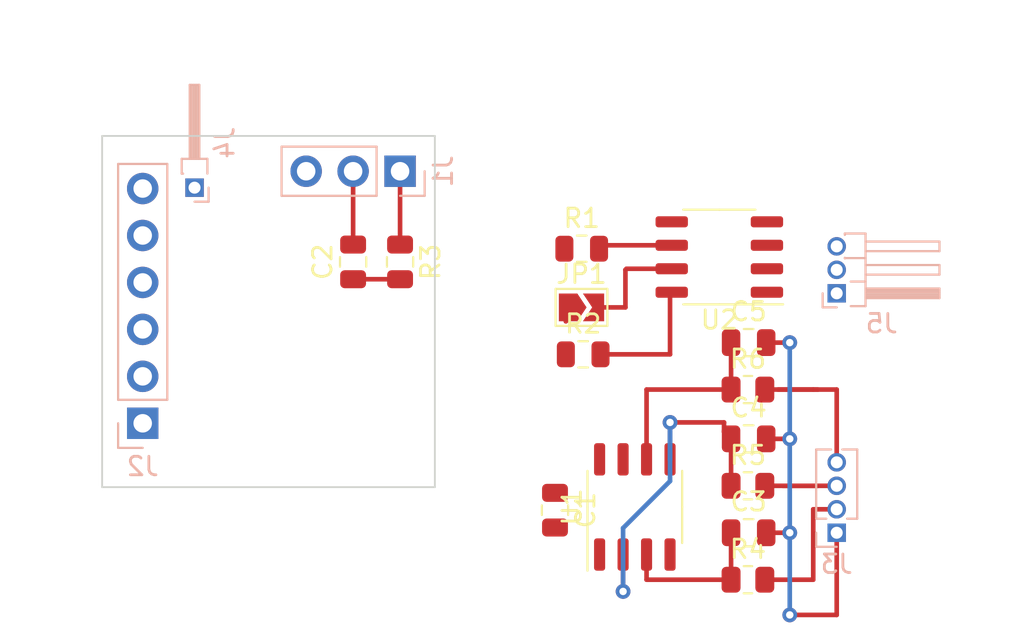
<source format=kicad_pcb>
(kicad_pcb (version 20171130) (host pcbnew "(5.1.9)-1")

  (general
    (thickness 1.6)
    (drawings 4)
    (tracks 52)
    (zones 0)
    (modules 19)
    (nets 19)
  )

  (page A4)
  (layers
    (0 F.Cu signal)
    (31 B.Cu signal)
    (32 B.Adhes user)
    (33 F.Adhes user)
    (34 B.Paste user)
    (35 F.Paste user)
    (36 B.SilkS user)
    (37 F.SilkS user)
    (38 B.Mask user)
    (39 F.Mask user)
    (40 Dwgs.User user)
    (41 Cmts.User user)
    (42 Eco1.User user)
    (43 Eco2.User user)
    (44 Edge.Cuts user)
    (45 Margin user)
    (46 B.CrtYd user)
    (47 F.CrtYd user)
    (48 B.Fab user)
    (49 F.Fab user)
  )

  (setup
    (last_trace_width 0.25)
    (trace_clearance 0.2)
    (zone_clearance 0.508)
    (zone_45_only no)
    (trace_min 0.2)
    (via_size 0.8)
    (via_drill 0.4)
    (via_min_size 0.4)
    (via_min_drill 0.3)
    (uvia_size 0.3)
    (uvia_drill 0.1)
    (uvias_allowed no)
    (uvia_min_size 0.2)
    (uvia_min_drill 0.1)
    (edge_width 0.05)
    (segment_width 0.2)
    (pcb_text_width 0.3)
    (pcb_text_size 1.5 1.5)
    (mod_edge_width 0.12)
    (mod_text_size 1 1)
    (mod_text_width 0.15)
    (pad_size 1.524 1.524)
    (pad_drill 0.762)
    (pad_to_mask_clearance 0.05)
    (aux_axis_origin 0 0)
    (visible_elements 7FFFFFFF)
    (pcbplotparams
      (layerselection 0x010fc_ffffffff)
      (usegerberextensions false)
      (usegerberattributes true)
      (usegerberadvancedattributes true)
      (creategerberjobfile true)
      (excludeedgelayer true)
      (linewidth 0.100000)
      (plotframeref false)
      (viasonmask false)
      (mode 1)
      (useauxorigin false)
      (hpglpennumber 1)
      (hpglpenspeed 20)
      (hpglpendiameter 15.000000)
      (psnegative false)
      (psa4output false)
      (plotreference true)
      (plotvalue true)
      (plotinvisibletext false)
      (padsonsilk false)
      (subtractmaskfromsilk false)
      (outputformat 1)
      (mirror false)
      (drillshape 1)
      (scaleselection 1)
      (outputdirectory ""))
  )

  (net 0 "")
  (net 1 GND)
  (net 2 +5V)
  (net 3 Threshold)
  (net 4 Direction)
  (net 5 L2)
  (net 6 L1)
  (net 7 CapSense)
  (net 8 LedCmd)
  (net 9 "Net-(JP1-Pad2)")
  (net 10 "Net-(R1-Pad2)")
  (net 11 "Net-(R2-Pad2)")
  (net 12 "Net-(C3-Pad1)")
  (net 13 "Net-(C4-Pad1)")
  (net 14 "Net-(C5-Pad1)")
  (net 15 L3)
  (net 16 "Net-(J5-Pad3)")
  (net 17 "Net-(J5-Pad2)")
  (net 18 "Net-(J5-Pad1)")

  (net_class Default "This is the default net class."
    (clearance 0.2)
    (trace_width 0.25)
    (via_dia 0.8)
    (via_drill 0.4)
    (uvia_dia 0.3)
    (uvia_drill 0.1)
    (add_net +5V)
    (add_net "/P3(USB+)")
    (add_net "/P4(USB-)")
    (add_net /VIN)
    (add_net CapSense)
    (add_net Direction)
    (add_net GND)
    (add_net L1)
    (add_net L2)
    (add_net L3)
    (add_net LedCmd)
    (add_net "Net-(C3-Pad1)")
    (add_net "Net-(C4-Pad1)")
    (add_net "Net-(C5-Pad1)")
    (add_net "Net-(J5-Pad1)")
    (add_net "Net-(J5-Pad2)")
    (add_net "Net-(J5-Pad3)")
    (add_net "Net-(JP1-Pad2)")
    (add_net "Net-(R1-Pad2)")
    (add_net "Net-(R2-Pad2)")
    (add_net "Net-(U2-Pad5)")
    (add_net Threshold)
  )

  (module Connector_PinHeader_1.27mm:PinHeader_1x03_P1.27mm_Horizontal (layer B.Cu) (tedit 59FED6E3) (tstamp 60523272)
    (at 78.74 40.513)
    (descr "Through hole angled pin header, 1x03, 1.27mm pitch, 4.0mm pin length, single row")
    (tags "Through hole angled pin header THT 1x03 1.27mm single row")
    (path /605ACEC0)
    (fp_text reference J5 (at 2.4325 1.635) (layer B.SilkS)
      (effects (font (size 1 1) (thickness 0.15)) (justify mirror))
    )
    (fp_text value Conn_01x03_Female (at 2.4325 -4.175) (layer B.Fab)
      (effects (font (size 1 1) (thickness 0.15)) (justify mirror))
    )
    (fp_text user %R (at 1 -1.27 -90) (layer B.Fab)
      (effects (font (size 0.6 0.6) (thickness 0.09)) (justify mirror))
    )
    (fp_line (start 0.75 0.635) (end 1.5 0.635) (layer B.Fab) (width 0.1))
    (fp_line (start 1.5 0.635) (end 1.5 -3.175) (layer B.Fab) (width 0.1))
    (fp_line (start 1.5 -3.175) (end 0.5 -3.175) (layer B.Fab) (width 0.1))
    (fp_line (start 0.5 -3.175) (end 0.5 0.385) (layer B.Fab) (width 0.1))
    (fp_line (start 0.5 0.385) (end 0.75 0.635) (layer B.Fab) (width 0.1))
    (fp_line (start -0.2 0.2) (end 0.5 0.2) (layer B.Fab) (width 0.1))
    (fp_line (start -0.2 0.2) (end -0.2 -0.2) (layer B.Fab) (width 0.1))
    (fp_line (start -0.2 -0.2) (end 0.5 -0.2) (layer B.Fab) (width 0.1))
    (fp_line (start 1.5 0.2) (end 5.5 0.2) (layer B.Fab) (width 0.1))
    (fp_line (start 5.5 0.2) (end 5.5 -0.2) (layer B.Fab) (width 0.1))
    (fp_line (start 1.5 -0.2) (end 5.5 -0.2) (layer B.Fab) (width 0.1))
    (fp_line (start -0.2 -1.07) (end 0.5 -1.07) (layer B.Fab) (width 0.1))
    (fp_line (start -0.2 -1.07) (end -0.2 -1.47) (layer B.Fab) (width 0.1))
    (fp_line (start -0.2 -1.47) (end 0.5 -1.47) (layer B.Fab) (width 0.1))
    (fp_line (start 1.5 -1.07) (end 5.5 -1.07) (layer B.Fab) (width 0.1))
    (fp_line (start 5.5 -1.07) (end 5.5 -1.47) (layer B.Fab) (width 0.1))
    (fp_line (start 1.5 -1.47) (end 5.5 -1.47) (layer B.Fab) (width 0.1))
    (fp_line (start -0.2 -2.34) (end 0.5 -2.34) (layer B.Fab) (width 0.1))
    (fp_line (start -0.2 -2.34) (end -0.2 -2.74) (layer B.Fab) (width 0.1))
    (fp_line (start -0.2 -2.74) (end 0.5 -2.74) (layer B.Fab) (width 0.1))
    (fp_line (start 1.5 -2.34) (end 5.5 -2.34) (layer B.Fab) (width 0.1))
    (fp_line (start 5.5 -2.34) (end 5.5 -2.74) (layer B.Fab) (width 0.1))
    (fp_line (start 1.5 -2.74) (end 5.5 -2.74) (layer B.Fab) (width 0.1))
    (fp_line (start 0.76 0.695) (end 1.56 0.695) (layer B.SilkS) (width 0.12))
    (fp_line (start 1.56 0.695) (end 1.56 -3.235) (layer B.SilkS) (width 0.12))
    (fp_line (start 1.56 -3.235) (end 0.44 -3.235) (layer B.SilkS) (width 0.12))
    (fp_line (start 0.44 -3.235) (end 0.44 -3.159677) (layer B.SilkS) (width 0.12))
    (fp_line (start 1.56 0.26) (end 5.56 0.26) (layer B.SilkS) (width 0.12))
    (fp_line (start 5.56 0.26) (end 5.56 -0.26) (layer B.SilkS) (width 0.12))
    (fp_line (start 5.56 -0.26) (end 1.56 -0.26) (layer B.SilkS) (width 0.12))
    (fp_line (start 1.56 0.2) (end 5.56 0.2) (layer B.SilkS) (width 0.12))
    (fp_line (start 1.56 0.08) (end 5.56 0.08) (layer B.SilkS) (width 0.12))
    (fp_line (start 1.56 -0.04) (end 5.56 -0.04) (layer B.SilkS) (width 0.12))
    (fp_line (start 1.56 -0.16) (end 5.56 -0.16) (layer B.SilkS) (width 0.12))
    (fp_line (start 0.76 -0.635) (end 1.56 -0.635) (layer B.SilkS) (width 0.12))
    (fp_line (start 1.56 -1.01) (end 5.56 -1.01) (layer B.SilkS) (width 0.12))
    (fp_line (start 5.56 -1.01) (end 5.56 -1.53) (layer B.SilkS) (width 0.12))
    (fp_line (start 5.56 -1.53) (end 1.56 -1.53) (layer B.SilkS) (width 0.12))
    (fp_line (start 0.44 -1.905) (end 1.56 -1.905) (layer B.SilkS) (width 0.12))
    (fp_line (start 0.44 -1.889677) (end 0.44 -1.920323) (layer B.SilkS) (width 0.12))
    (fp_line (start 1.56 -2.28) (end 5.56 -2.28) (layer B.SilkS) (width 0.12))
    (fp_line (start 5.56 -2.28) (end 5.56 -2.8) (layer B.SilkS) (width 0.12))
    (fp_line (start 5.56 -2.8) (end 1.56 -2.8) (layer B.SilkS) (width 0.12))
    (fp_line (start -0.76 0) (end -0.76 0.76) (layer B.SilkS) (width 0.12))
    (fp_line (start -0.76 0.76) (end 0 0.76) (layer B.SilkS) (width 0.12))
    (fp_line (start -1.15 1.15) (end -1.15 -3.7) (layer B.CrtYd) (width 0.05))
    (fp_line (start -1.15 -3.7) (end 6 -3.7) (layer B.CrtYd) (width 0.05))
    (fp_line (start 6 -3.7) (end 6 1.15) (layer B.CrtYd) (width 0.05))
    (fp_line (start 6 1.15) (end -1.15 1.15) (layer B.CrtYd) (width 0.05))
    (pad 3 thru_hole oval (at 0 -2.54) (size 1 1) (drill 0.65) (layers *.Cu *.Mask)
      (net 16 "Net-(J5-Pad3)"))
    (pad 2 thru_hole oval (at 0 -1.27) (size 1 1) (drill 0.65) (layers *.Cu *.Mask)
      (net 17 "Net-(J5-Pad2)"))
    (pad 1 thru_hole rect (at 0 0) (size 1 1) (drill 0.65) (layers *.Cu *.Mask)
      (net 18 "Net-(J5-Pad1)"))
    (model ${KISYS3DMOD}/Connector_PinHeader_1.27mm.3dshapes/PinHeader_1x03_P1.27mm_Horizontal.wrl
      (at (xyz 0 0 0))
      (scale (xyz 1 1 1))
      (rotate (xyz 0 0 0))
    )
  )

  (module Connector_PinHeader_1.27mm:PinHeader_1x01_P1.27mm_Horizontal (layer B.Cu) (tedit 59FED6E3) (tstamp 6040F8BB)
    (at 44 34.798 90)
    (descr "Through hole angled pin header, 1x01, 1.27mm pitch, 4.0mm pin length, single row")
    (tags "Through hole angled pin header THT 1x01 1.27mm single row")
    (path /604108B0)
    (fp_text reference J4 (at 2.4325 1.635 90) (layer B.SilkS)
      (effects (font (size 1 1) (thickness 0.15)) (justify mirror))
    )
    (fp_text value Conn_01x01_Female (at 2.4325 -1.635 90) (layer B.Fab)
      (effects (font (size 1 1) (thickness 0.15)) (justify mirror))
    )
    (fp_text user %R (at 1 0 180) (layer B.Fab)
      (effects (font (size 0.6 0.6) (thickness 0.09)) (justify mirror))
    )
    (fp_line (start 0.75 0.635) (end 1.5 0.635) (layer B.Fab) (width 0.1))
    (fp_line (start 1.5 0.635) (end 1.5 -0.635) (layer B.Fab) (width 0.1))
    (fp_line (start 1.5 -0.635) (end 0.5 -0.635) (layer B.Fab) (width 0.1))
    (fp_line (start 0.5 -0.635) (end 0.5 0.385) (layer B.Fab) (width 0.1))
    (fp_line (start 0.5 0.385) (end 0.75 0.635) (layer B.Fab) (width 0.1))
    (fp_line (start -0.2 0.2) (end 0.5 0.2) (layer B.Fab) (width 0.1))
    (fp_line (start -0.2 0.2) (end -0.2 -0.2) (layer B.Fab) (width 0.1))
    (fp_line (start -0.2 -0.2) (end 0.5 -0.2) (layer B.Fab) (width 0.1))
    (fp_line (start 1.5 0.2) (end 5.5 0.2) (layer B.Fab) (width 0.1))
    (fp_line (start 5.5 0.2) (end 5.5 -0.2) (layer B.Fab) (width 0.1))
    (fp_line (start 1.5 -0.2) (end 5.5 -0.2) (layer B.Fab) (width 0.1))
    (fp_line (start 0.76 0.695) (end 1.56 0.695) (layer B.SilkS) (width 0.12))
    (fp_line (start 1.56 0.695) (end 1.56 -0.695) (layer B.SilkS) (width 0.12))
    (fp_line (start 1.56 -0.695) (end 0.76 -0.695) (layer B.SilkS) (width 0.12))
    (fp_line (start 0.76 -0.695) (end 0.76 -0.619677) (layer B.SilkS) (width 0.12))
    (fp_line (start 1.56 0.26) (end 5.56 0.26) (layer B.SilkS) (width 0.12))
    (fp_line (start 5.56 0.26) (end 5.56 -0.26) (layer B.SilkS) (width 0.12))
    (fp_line (start 5.56 -0.26) (end 1.56 -0.26) (layer B.SilkS) (width 0.12))
    (fp_line (start 1.56 0.2) (end 5.56 0.2) (layer B.SilkS) (width 0.12))
    (fp_line (start 1.56 0.08) (end 5.56 0.08) (layer B.SilkS) (width 0.12))
    (fp_line (start 1.56 -0.04) (end 5.56 -0.04) (layer B.SilkS) (width 0.12))
    (fp_line (start 1.56 -0.16) (end 5.56 -0.16) (layer B.SilkS) (width 0.12))
    (fp_line (start -0.76 0) (end -0.76 0.76) (layer B.SilkS) (width 0.12))
    (fp_line (start -0.76 0.76) (end 0 0.76) (layer B.SilkS) (width 0.12))
    (fp_line (start -1.15 1.15) (end -1.15 -1.15) (layer B.CrtYd) (width 0.05))
    (fp_line (start -1.15 -1.15) (end 6 -1.15) (layer B.CrtYd) (width 0.05))
    (fp_line (start 6 -1.15) (end 6 1.15) (layer B.CrtYd) (width 0.05))
    (fp_line (start 6 1.15) (end -1.15 1.15) (layer B.CrtYd) (width 0.05))
    (pad 1 thru_hole rect (at 0 0 90) (size 1 1) (drill 0.65) (layers *.Cu *.Mask)
      (net 7 CapSense))
    (model ${KISYS3DMOD}/Connector_PinHeader_1.27mm.3dshapes/PinHeader_1x01_P1.27mm_Horizontal.wrl
      (at (xyz 0 0 0))
      (scale (xyz 1 1 1))
      (rotate (xyz 0 0 0))
    )
  )

  (module Connector_PinHeader_1.27mm:PinHeader_1x04_P1.27mm_Vertical (layer B.Cu) (tedit 59FED6E3) (tstamp 60391EFB)
    (at 78.74 53.467)
    (descr "Through hole straight pin header, 1x04, 1.27mm pitch, single row")
    (tags "Through hole pin header THT 1x04 1.27mm single row")
    (path /603CCFF6)
    (fp_text reference J3 (at 0 1.695 180) (layer B.SilkS)
      (effects (font (size 1 1) (thickness 0.15)) (justify mirror))
    )
    (fp_text value Conn_01x04_Female (at 0 -5.505 180) (layer B.Fab)
      (effects (font (size 1 1) (thickness 0.15)) (justify mirror))
    )
    (fp_text user %R (at 0 -1.905 -270) (layer B.Fab)
      (effects (font (size 1 1) (thickness 0.15)) (justify mirror))
    )
    (fp_line (start -0.525 0.635) (end 1.05 0.635) (layer B.Fab) (width 0.1))
    (fp_line (start 1.05 0.635) (end 1.05 -4.445) (layer B.Fab) (width 0.1))
    (fp_line (start 1.05 -4.445) (end -1.05 -4.445) (layer B.Fab) (width 0.1))
    (fp_line (start -1.05 -4.445) (end -1.05 0.11) (layer B.Fab) (width 0.1))
    (fp_line (start -1.05 0.11) (end -0.525 0.635) (layer B.Fab) (width 0.1))
    (fp_line (start -1.11 -4.505) (end -0.30753 -4.505) (layer B.SilkS) (width 0.12))
    (fp_line (start 0.30753 -4.505) (end 1.11 -4.505) (layer B.SilkS) (width 0.12))
    (fp_line (start -1.11 -0.76) (end -1.11 -4.505) (layer B.SilkS) (width 0.12))
    (fp_line (start 1.11 -0.76) (end 1.11 -4.505) (layer B.SilkS) (width 0.12))
    (fp_line (start -1.11 -0.76) (end -0.563471 -0.76) (layer B.SilkS) (width 0.12))
    (fp_line (start 0.563471 -0.76) (end 1.11 -0.76) (layer B.SilkS) (width 0.12))
    (fp_line (start -1.11 0) (end -1.11 0.76) (layer B.SilkS) (width 0.12))
    (fp_line (start -1.11 0.76) (end 0 0.76) (layer B.SilkS) (width 0.12))
    (fp_line (start -1.55 1.15) (end -1.55 -4.95) (layer B.CrtYd) (width 0.05))
    (fp_line (start -1.55 -4.95) (end 1.55 -4.95) (layer B.CrtYd) (width 0.05))
    (fp_line (start 1.55 -4.95) (end 1.55 1.15) (layer B.CrtYd) (width 0.05))
    (fp_line (start 1.55 1.15) (end -1.55 1.15) (layer B.CrtYd) (width 0.05))
    (pad 4 thru_hole oval (at 0 -3.81) (size 1 1) (drill 0.65) (layers *.Cu *.Mask)
      (net 15 L3))
    (pad 3 thru_hole oval (at 0 -2.54) (size 1 1) (drill 0.65) (layers *.Cu *.Mask)
      (net 5 L2))
    (pad 2 thru_hole oval (at 0 -1.27) (size 1 1) (drill 0.65) (layers *.Cu *.Mask)
      (net 6 L1))
    (pad 1 thru_hole rect (at 0 0) (size 1 1) (drill 0.65) (layers *.Cu *.Mask)
      (net 1 GND))
    (model ${KISYS3DMOD}/Connector_PinHeader_1.27mm.3dshapes/PinHeader_1x04_P1.27mm_Vertical.wrl
      (at (xyz 0 0 0))
      (scale (xyz 1 1 1))
      (rotate (xyz 0 0 0))
    )
  )

  (module Resistor_SMD:R_0805_2012Metric (layer F.Cu) (tedit 5F68FEEE) (tstamp 6051DEB8)
    (at 73.9375 45.72)
    (descr "Resistor SMD 0805 (2012 Metric), square (rectangular) end terminal, IPC_7351 nominal, (Body size source: IPC-SM-782 page 72, https://www.pcb-3d.com/wordpress/wp-content/uploads/ipc-sm-782a_amendment_1_and_2.pdf), generated with kicad-footprint-generator")
    (tags resistor)
    (path /60525D6A)
    (attr smd)
    (fp_text reference R6 (at 0 -1.65) (layer F.SilkS)
      (effects (font (size 1 1) (thickness 0.15)))
    )
    (fp_text value 10K (at 0 1.65) (layer F.Fab)
      (effects (font (size 1 1) (thickness 0.15)))
    )
    (fp_text user %R (at 0 0) (layer F.Fab)
      (effects (font (size 0.5 0.5) (thickness 0.08)))
    )
    (fp_line (start -1 0.625) (end -1 -0.625) (layer F.Fab) (width 0.1))
    (fp_line (start -1 -0.625) (end 1 -0.625) (layer F.Fab) (width 0.1))
    (fp_line (start 1 -0.625) (end 1 0.625) (layer F.Fab) (width 0.1))
    (fp_line (start 1 0.625) (end -1 0.625) (layer F.Fab) (width 0.1))
    (fp_line (start -0.227064 -0.735) (end 0.227064 -0.735) (layer F.SilkS) (width 0.12))
    (fp_line (start -0.227064 0.735) (end 0.227064 0.735) (layer F.SilkS) (width 0.12))
    (fp_line (start -1.68 0.95) (end -1.68 -0.95) (layer F.CrtYd) (width 0.05))
    (fp_line (start -1.68 -0.95) (end 1.68 -0.95) (layer F.CrtYd) (width 0.05))
    (fp_line (start 1.68 -0.95) (end 1.68 0.95) (layer F.CrtYd) (width 0.05))
    (fp_line (start 1.68 0.95) (end -1.68 0.95) (layer F.CrtYd) (width 0.05))
    (pad 2 smd roundrect (at 0.9125 0) (size 1.025 1.4) (layers F.Cu F.Paste F.Mask) (roundrect_rratio 0.243902)
      (net 15 L3))
    (pad 1 smd roundrect (at -0.9125 0) (size 1.025 1.4) (layers F.Cu F.Paste F.Mask) (roundrect_rratio 0.243902)
      (net 14 "Net-(C5-Pad1)"))
    (model ${KISYS3DMOD}/Resistor_SMD.3dshapes/R_0805_2012Metric.wrl
      (at (xyz 0 0 0))
      (scale (xyz 1 1 1))
      (rotate (xyz 0 0 0))
    )
  )

  (module Resistor_SMD:R_0805_2012Metric (layer F.Cu) (tedit 5F68FEEE) (tstamp 6051DEA7)
    (at 73.9375 50.927)
    (descr "Resistor SMD 0805 (2012 Metric), square (rectangular) end terminal, IPC_7351 nominal, (Body size source: IPC-SM-782 page 72, https://www.pcb-3d.com/wordpress/wp-content/uploads/ipc-sm-782a_amendment_1_and_2.pdf), generated with kicad-footprint-generator")
    (tags resistor)
    (path /60525453)
    (attr smd)
    (fp_text reference R5 (at 0 -1.65) (layer F.SilkS)
      (effects (font (size 1 1) (thickness 0.15)))
    )
    (fp_text value 10K (at 0 1.65) (layer F.Fab)
      (effects (font (size 1 1) (thickness 0.15)))
    )
    (fp_text user %R (at 0 0) (layer F.Fab)
      (effects (font (size 0.5 0.5) (thickness 0.08)))
    )
    (fp_line (start -1 0.625) (end -1 -0.625) (layer F.Fab) (width 0.1))
    (fp_line (start -1 -0.625) (end 1 -0.625) (layer F.Fab) (width 0.1))
    (fp_line (start 1 -0.625) (end 1 0.625) (layer F.Fab) (width 0.1))
    (fp_line (start 1 0.625) (end -1 0.625) (layer F.Fab) (width 0.1))
    (fp_line (start -0.227064 -0.735) (end 0.227064 -0.735) (layer F.SilkS) (width 0.12))
    (fp_line (start -0.227064 0.735) (end 0.227064 0.735) (layer F.SilkS) (width 0.12))
    (fp_line (start -1.68 0.95) (end -1.68 -0.95) (layer F.CrtYd) (width 0.05))
    (fp_line (start -1.68 -0.95) (end 1.68 -0.95) (layer F.CrtYd) (width 0.05))
    (fp_line (start 1.68 -0.95) (end 1.68 0.95) (layer F.CrtYd) (width 0.05))
    (fp_line (start 1.68 0.95) (end -1.68 0.95) (layer F.CrtYd) (width 0.05))
    (pad 2 smd roundrect (at 0.9125 0) (size 1.025 1.4) (layers F.Cu F.Paste F.Mask) (roundrect_rratio 0.243902)
      (net 5 L2))
    (pad 1 smd roundrect (at -0.9125 0) (size 1.025 1.4) (layers F.Cu F.Paste F.Mask) (roundrect_rratio 0.243902)
      (net 13 "Net-(C4-Pad1)"))
    (model ${KISYS3DMOD}/Resistor_SMD.3dshapes/R_0805_2012Metric.wrl
      (at (xyz 0 0 0))
      (scale (xyz 1 1 1))
      (rotate (xyz 0 0 0))
    )
  )

  (module Resistor_SMD:R_0805_2012Metric (layer F.Cu) (tedit 5F68FEEE) (tstamp 6051DE96)
    (at 73.9375 56.007)
    (descr "Resistor SMD 0805 (2012 Metric), square (rectangular) end terminal, IPC_7351 nominal, (Body size source: IPC-SM-782 page 72, https://www.pcb-3d.com/wordpress/wp-content/uploads/ipc-sm-782a_amendment_1_and_2.pdf), generated with kicad-footprint-generator")
    (tags resistor)
    (path /60524929)
    (attr smd)
    (fp_text reference R4 (at 0 -1.65) (layer F.SilkS)
      (effects (font (size 1 1) (thickness 0.15)))
    )
    (fp_text value 10K (at 0 1.65) (layer F.Fab)
      (effects (font (size 1 1) (thickness 0.15)))
    )
    (fp_text user %R (at 0 0) (layer F.Fab)
      (effects (font (size 0.5 0.5) (thickness 0.08)))
    )
    (fp_line (start -1 0.625) (end -1 -0.625) (layer F.Fab) (width 0.1))
    (fp_line (start -1 -0.625) (end 1 -0.625) (layer F.Fab) (width 0.1))
    (fp_line (start 1 -0.625) (end 1 0.625) (layer F.Fab) (width 0.1))
    (fp_line (start 1 0.625) (end -1 0.625) (layer F.Fab) (width 0.1))
    (fp_line (start -0.227064 -0.735) (end 0.227064 -0.735) (layer F.SilkS) (width 0.12))
    (fp_line (start -0.227064 0.735) (end 0.227064 0.735) (layer F.SilkS) (width 0.12))
    (fp_line (start -1.68 0.95) (end -1.68 -0.95) (layer F.CrtYd) (width 0.05))
    (fp_line (start -1.68 -0.95) (end 1.68 -0.95) (layer F.CrtYd) (width 0.05))
    (fp_line (start 1.68 -0.95) (end 1.68 0.95) (layer F.CrtYd) (width 0.05))
    (fp_line (start 1.68 0.95) (end -1.68 0.95) (layer F.CrtYd) (width 0.05))
    (pad 2 smd roundrect (at 0.9125 0) (size 1.025 1.4) (layers F.Cu F.Paste F.Mask) (roundrect_rratio 0.243902)
      (net 6 L1))
    (pad 1 smd roundrect (at -0.9125 0) (size 1.025 1.4) (layers F.Cu F.Paste F.Mask) (roundrect_rratio 0.243902)
      (net 12 "Net-(C3-Pad1)"))
    (model ${KISYS3DMOD}/Resistor_SMD.3dshapes/R_0805_2012Metric.wrl
      (at (xyz 0 0 0))
      (scale (xyz 1 1 1))
      (rotate (xyz 0 0 0))
    )
  )

  (module Capacitor_SMD:C_0805_2012Metric (layer F.Cu) (tedit 5F68FEEE) (tstamp 6051DD65)
    (at 73.975 43.18)
    (descr "Capacitor SMD 0805 (2012 Metric), square (rectangular) end terminal, IPC_7351 nominal, (Body size source: IPC-SM-782 page 76, https://www.pcb-3d.com/wordpress/wp-content/uploads/ipc-sm-782a_amendment_1_and_2.pdf, https://docs.google.com/spreadsheets/d/1BsfQQcO9C6DZCsRaXUlFlo91Tg2WpOkGARC1WS5S8t0/edit?usp=sharing), generated with kicad-footprint-generator")
    (tags capacitor)
    (path /6052B3F5)
    (attr smd)
    (fp_text reference C5 (at 0 -1.68) (layer F.SilkS)
      (effects (font (size 1 1) (thickness 0.15)))
    )
    (fp_text value 30n (at 0 1.68) (layer F.Fab)
      (effects (font (size 1 1) (thickness 0.15)))
    )
    (fp_text user %R (at 0 0) (layer F.Fab)
      (effects (font (size 0.5 0.5) (thickness 0.08)))
    )
    (fp_line (start -1 0.625) (end -1 -0.625) (layer F.Fab) (width 0.1))
    (fp_line (start -1 -0.625) (end 1 -0.625) (layer F.Fab) (width 0.1))
    (fp_line (start 1 -0.625) (end 1 0.625) (layer F.Fab) (width 0.1))
    (fp_line (start 1 0.625) (end -1 0.625) (layer F.Fab) (width 0.1))
    (fp_line (start -0.261252 -0.735) (end 0.261252 -0.735) (layer F.SilkS) (width 0.12))
    (fp_line (start -0.261252 0.735) (end 0.261252 0.735) (layer F.SilkS) (width 0.12))
    (fp_line (start -1.7 0.98) (end -1.7 -0.98) (layer F.CrtYd) (width 0.05))
    (fp_line (start -1.7 -0.98) (end 1.7 -0.98) (layer F.CrtYd) (width 0.05))
    (fp_line (start 1.7 -0.98) (end 1.7 0.98) (layer F.CrtYd) (width 0.05))
    (fp_line (start 1.7 0.98) (end -1.7 0.98) (layer F.CrtYd) (width 0.05))
    (pad 2 smd roundrect (at 0.95 0) (size 1 1.45) (layers F.Cu F.Paste F.Mask) (roundrect_rratio 0.25)
      (net 1 GND))
    (pad 1 smd roundrect (at -0.95 0) (size 1 1.45) (layers F.Cu F.Paste F.Mask) (roundrect_rratio 0.25)
      (net 14 "Net-(C5-Pad1)"))
    (model ${KISYS3DMOD}/Capacitor_SMD.3dshapes/C_0805_2012Metric.wrl
      (at (xyz 0 0 0))
      (scale (xyz 1 1 1))
      (rotate (xyz 0 0 0))
    )
  )

  (module Capacitor_SMD:C_0805_2012Metric (layer F.Cu) (tedit 5F68FEEE) (tstamp 6051DD54)
    (at 73.975 48.387)
    (descr "Capacitor SMD 0805 (2012 Metric), square (rectangular) end terminal, IPC_7351 nominal, (Body size source: IPC-SM-782 page 76, https://www.pcb-3d.com/wordpress/wp-content/uploads/ipc-sm-782a_amendment_1_and_2.pdf, https://docs.google.com/spreadsheets/d/1BsfQQcO9C6DZCsRaXUlFlo91Tg2WpOkGARC1WS5S8t0/edit?usp=sharing), generated with kicad-footprint-generator")
    (tags capacitor)
    (path /6052AD9E)
    (attr smd)
    (fp_text reference C4 (at 0 -1.68) (layer F.SilkS)
      (effects (font (size 1 1) (thickness 0.15)))
    )
    (fp_text value 30n (at 0 1.68) (layer F.Fab)
      (effects (font (size 1 1) (thickness 0.15)))
    )
    (fp_text user %R (at 0 0) (layer F.Fab)
      (effects (font (size 0.5 0.5) (thickness 0.08)))
    )
    (fp_line (start -1 0.625) (end -1 -0.625) (layer F.Fab) (width 0.1))
    (fp_line (start -1 -0.625) (end 1 -0.625) (layer F.Fab) (width 0.1))
    (fp_line (start 1 -0.625) (end 1 0.625) (layer F.Fab) (width 0.1))
    (fp_line (start 1 0.625) (end -1 0.625) (layer F.Fab) (width 0.1))
    (fp_line (start -0.261252 -0.735) (end 0.261252 -0.735) (layer F.SilkS) (width 0.12))
    (fp_line (start -0.261252 0.735) (end 0.261252 0.735) (layer F.SilkS) (width 0.12))
    (fp_line (start -1.7 0.98) (end -1.7 -0.98) (layer F.CrtYd) (width 0.05))
    (fp_line (start -1.7 -0.98) (end 1.7 -0.98) (layer F.CrtYd) (width 0.05))
    (fp_line (start 1.7 -0.98) (end 1.7 0.98) (layer F.CrtYd) (width 0.05))
    (fp_line (start 1.7 0.98) (end -1.7 0.98) (layer F.CrtYd) (width 0.05))
    (pad 2 smd roundrect (at 0.95 0) (size 1 1.45) (layers F.Cu F.Paste F.Mask) (roundrect_rratio 0.25)
      (net 1 GND))
    (pad 1 smd roundrect (at -0.95 0) (size 1 1.45) (layers F.Cu F.Paste F.Mask) (roundrect_rratio 0.25)
      (net 13 "Net-(C4-Pad1)"))
    (model ${KISYS3DMOD}/Capacitor_SMD.3dshapes/C_0805_2012Metric.wrl
      (at (xyz 0 0 0))
      (scale (xyz 1 1 1))
      (rotate (xyz 0 0 0))
    )
  )

  (module Capacitor_SMD:C_0805_2012Metric (layer F.Cu) (tedit 5F68FEEE) (tstamp 6051DD43)
    (at 73.975 53.467)
    (descr "Capacitor SMD 0805 (2012 Metric), square (rectangular) end terminal, IPC_7351 nominal, (Body size source: IPC-SM-782 page 76, https://www.pcb-3d.com/wordpress/wp-content/uploads/ipc-sm-782a_amendment_1_and_2.pdf, https://docs.google.com/spreadsheets/d/1BsfQQcO9C6DZCsRaXUlFlo91Tg2WpOkGARC1WS5S8t0/edit?usp=sharing), generated with kicad-footprint-generator")
    (tags capacitor)
    (path /605292A6)
    (attr smd)
    (fp_text reference C3 (at 0 -1.68) (layer F.SilkS)
      (effects (font (size 1 1) (thickness 0.15)))
    )
    (fp_text value 30n (at 0 1.68) (layer F.Fab)
      (effects (font (size 1 1) (thickness 0.15)))
    )
    (fp_text user %R (at 0 0) (layer F.Fab)
      (effects (font (size 0.5 0.5) (thickness 0.08)))
    )
    (fp_line (start -1 0.625) (end -1 -0.625) (layer F.Fab) (width 0.1))
    (fp_line (start -1 -0.625) (end 1 -0.625) (layer F.Fab) (width 0.1))
    (fp_line (start 1 -0.625) (end 1 0.625) (layer F.Fab) (width 0.1))
    (fp_line (start 1 0.625) (end -1 0.625) (layer F.Fab) (width 0.1))
    (fp_line (start -0.261252 -0.735) (end 0.261252 -0.735) (layer F.SilkS) (width 0.12))
    (fp_line (start -0.261252 0.735) (end 0.261252 0.735) (layer F.SilkS) (width 0.12))
    (fp_line (start -1.7 0.98) (end -1.7 -0.98) (layer F.CrtYd) (width 0.05))
    (fp_line (start -1.7 -0.98) (end 1.7 -0.98) (layer F.CrtYd) (width 0.05))
    (fp_line (start 1.7 -0.98) (end 1.7 0.98) (layer F.CrtYd) (width 0.05))
    (fp_line (start 1.7 0.98) (end -1.7 0.98) (layer F.CrtYd) (width 0.05))
    (pad 2 smd roundrect (at 0.95 0) (size 1 1.45) (layers F.Cu F.Paste F.Mask) (roundrect_rratio 0.25)
      (net 1 GND))
    (pad 1 smd roundrect (at -0.95 0) (size 1 1.45) (layers F.Cu F.Paste F.Mask) (roundrect_rratio 0.25)
      (net 12 "Net-(C3-Pad1)"))
    (model ${KISYS3DMOD}/Capacitor_SMD.3dshapes/C_0805_2012Metric.wrl
      (at (xyz 0 0 0))
      (scale (xyz 1 1 1))
      (rotate (xyz 0 0 0))
    )
  )

  (module Package_SO:SO-8_3.9x4.9mm_P1.27mm (layer F.Cu) (tedit 5D9F72B1) (tstamp 60391405)
    (at 67.818 52.07 90)
    (descr "SO, 8 Pin (https://www.nxp.com/docs/en/data-sheet/PCF8523.pdf), generated with kicad-footprint-generator ipc_gullwing_generator.py")
    (tags "SO SO")
    (path /6038B18C)
    (attr smd)
    (fp_text reference U1 (at 0 -3.4 90) (layer F.SilkS)
      (effects (font (size 1 1) (thickness 0.15)))
    )
    (fp_text value LT1492 (at 0 3.4 90) (layer F.Fab)
      (effects (font (size 1 1) (thickness 0.15)))
    )
    (fp_line (start 3.7 -2.7) (end -3.7 -2.7) (layer F.CrtYd) (width 0.05))
    (fp_line (start 3.7 2.7) (end 3.7 -2.7) (layer F.CrtYd) (width 0.05))
    (fp_line (start -3.7 2.7) (end 3.7 2.7) (layer F.CrtYd) (width 0.05))
    (fp_line (start -3.7 -2.7) (end -3.7 2.7) (layer F.CrtYd) (width 0.05))
    (fp_line (start -1.95 -1.475) (end -0.975 -2.45) (layer F.Fab) (width 0.1))
    (fp_line (start -1.95 2.45) (end -1.95 -1.475) (layer F.Fab) (width 0.1))
    (fp_line (start 1.95 2.45) (end -1.95 2.45) (layer F.Fab) (width 0.1))
    (fp_line (start 1.95 -2.45) (end 1.95 2.45) (layer F.Fab) (width 0.1))
    (fp_line (start -0.975 -2.45) (end 1.95 -2.45) (layer F.Fab) (width 0.1))
    (fp_line (start 0 -2.56) (end -3.45 -2.56) (layer F.SilkS) (width 0.12))
    (fp_line (start 0 -2.56) (end 1.95 -2.56) (layer F.SilkS) (width 0.12))
    (fp_line (start 0 2.56) (end -1.95 2.56) (layer F.SilkS) (width 0.12))
    (fp_line (start 0 2.56) (end 1.95 2.56) (layer F.SilkS) (width 0.12))
    (fp_text user %R (at 0 0 90) (layer F.Fab)
      (effects (font (size 0.98 0.98) (thickness 0.15)))
    )
    (pad 8 smd roundrect (at 2.575 -1.905 90) (size 1.75 0.6) (layers F.Cu F.Paste F.Mask) (roundrect_rratio 0.25)
      (net 2 +5V))
    (pad 7 smd roundrect (at 2.575 -0.635 90) (size 1.75 0.6) (layers F.Cu F.Paste F.Mask) (roundrect_rratio 0.25)
      (net 4 Direction))
    (pad 6 smd roundrect (at 2.575 0.635 90) (size 1.75 0.6) (layers F.Cu F.Paste F.Mask) (roundrect_rratio 0.25)
      (net 14 "Net-(C5-Pad1)"))
    (pad 5 smd roundrect (at 2.575 1.905 90) (size 1.75 0.6) (layers F.Cu F.Paste F.Mask) (roundrect_rratio 0.25)
      (net 13 "Net-(C4-Pad1)"))
    (pad 4 smd roundrect (at -2.575 1.905 90) (size 1.75 0.6) (layers F.Cu F.Paste F.Mask) (roundrect_rratio 0.25)
      (net 1 GND))
    (pad 3 smd roundrect (at -2.575 0.635 90) (size 1.75 0.6) (layers F.Cu F.Paste F.Mask) (roundrect_rratio 0.25)
      (net 12 "Net-(C3-Pad1)"))
    (pad 2 smd roundrect (at -2.575 -0.635 90) (size 1.75 0.6) (layers F.Cu F.Paste F.Mask) (roundrect_rratio 0.25)
      (net 13 "Net-(C4-Pad1)"))
    (pad 1 smd roundrect (at -2.575 -1.905 90) (size 1.75 0.6) (layers F.Cu F.Paste F.Mask) (roundrect_rratio 0.25)
      (net 3 Threshold))
    (model ${KISYS3DMOD}/Package_SO.3dshapes/SO-8_3.9x4.9mm_P1.27mm.wrl
      (at (xyz 0 0 0))
      (scale (xyz 1 1 1))
      (rotate (xyz 0 0 0))
    )
  )

  (module Capacitor_SMD:C_0805_2012Metric (layer F.Cu) (tedit 5B36C52B) (tstamp 604167D6)
    (at 52.578 38.8135 90)
    (descr "Capacitor SMD 0805 (2012 Metric), square (rectangular) end terminal, IPC_7351 nominal, (Body size source: https://docs.google.com/spreadsheets/d/1BsfQQcO9C6DZCsRaXUlFlo91Tg2WpOkGARC1WS5S8t0/edit?usp=sharing), generated with kicad-footprint-generator")
    (tags capacitor)
    (path /60430625)
    (attr smd)
    (fp_text reference C2 (at 0 -1.65 90) (layer F.SilkS)
      (effects (font (size 1 1) (thickness 0.15)))
    )
    (fp_text value C (at 0 1.65 90) (layer F.Fab)
      (effects (font (size 1 1) (thickness 0.15)))
    )
    (fp_line (start -1 0.6) (end -1 -0.6) (layer F.Fab) (width 0.1))
    (fp_line (start -1 -0.6) (end 1 -0.6) (layer F.Fab) (width 0.1))
    (fp_line (start 1 -0.6) (end 1 0.6) (layer F.Fab) (width 0.1))
    (fp_line (start 1 0.6) (end -1 0.6) (layer F.Fab) (width 0.1))
    (fp_line (start -0.258578 -0.71) (end 0.258578 -0.71) (layer F.SilkS) (width 0.12))
    (fp_line (start -0.258578 0.71) (end 0.258578 0.71) (layer F.SilkS) (width 0.12))
    (fp_line (start -1.68 0.95) (end -1.68 -0.95) (layer F.CrtYd) (width 0.05))
    (fp_line (start -1.68 -0.95) (end 1.68 -0.95) (layer F.CrtYd) (width 0.05))
    (fp_line (start 1.68 -0.95) (end 1.68 0.95) (layer F.CrtYd) (width 0.05))
    (fp_line (start 1.68 0.95) (end -1.68 0.95) (layer F.CrtYd) (width 0.05))
    (fp_text user %R (at 0 0 90) (layer F.Fab)
      (effects (font (size 0.5 0.5) (thickness 0.08)))
    )
    (pad 2 smd roundrect (at 0.9375 0 90) (size 0.975 1.4) (layers F.Cu F.Paste F.Mask) (roundrect_rratio 0.25)
      (net 1 GND))
    (pad 1 smd roundrect (at -0.9375 0 90) (size 0.975 1.4) (layers F.Cu F.Paste F.Mask) (roundrect_rratio 0.25)
      (net 7 CapSense))
    (model ${KISYS3DMOD}/Capacitor_SMD.3dshapes/C_0805_2012Metric.wrl
      (at (xyz 0 0 0))
      (scale (xyz 1 1 1))
      (rotate (xyz 0 0 0))
    )
  )

  (module Package_SO:SO-8_3.9x4.9mm_P1.27mm (layer F.Cu) (tedit 5D9F72B1) (tstamp 60415C00)
    (at 72.39 38.549999 180)
    (descr "SO, 8 Pin (https://www.nxp.com/docs/en/data-sheet/PCF8523.pdf), generated with kicad-footprint-generator ipc_gullwing_generator.py")
    (tags "SO SO")
    (path /60411FE5)
    (attr smd)
    (fp_text reference U2 (at 0 -3.4) (layer F.SilkS)
      (effects (font (size 1 1) (thickness 0.15)))
    )
    (fp_text value WS2811 (at 0 3.4) (layer F.Fab)
      (effects (font (size 1 1) (thickness 0.15)))
    )
    (fp_line (start 0 2.56) (end 1.95 2.56) (layer F.SilkS) (width 0.12))
    (fp_line (start 0 2.56) (end -1.95 2.56) (layer F.SilkS) (width 0.12))
    (fp_line (start 0 -2.56) (end 1.95 -2.56) (layer F.SilkS) (width 0.12))
    (fp_line (start 0 -2.56) (end -3.45 -2.56) (layer F.SilkS) (width 0.12))
    (fp_line (start -0.975 -2.45) (end 1.95 -2.45) (layer F.Fab) (width 0.1))
    (fp_line (start 1.95 -2.45) (end 1.95 2.45) (layer F.Fab) (width 0.1))
    (fp_line (start 1.95 2.45) (end -1.95 2.45) (layer F.Fab) (width 0.1))
    (fp_line (start -1.95 2.45) (end -1.95 -1.475) (layer F.Fab) (width 0.1))
    (fp_line (start -1.95 -1.475) (end -0.975 -2.45) (layer F.Fab) (width 0.1))
    (fp_line (start -3.7 -2.7) (end -3.7 2.7) (layer F.CrtYd) (width 0.05))
    (fp_line (start -3.7 2.7) (end 3.7 2.7) (layer F.CrtYd) (width 0.05))
    (fp_line (start 3.7 2.7) (end 3.7 -2.7) (layer F.CrtYd) (width 0.05))
    (fp_line (start 3.7 -2.7) (end -3.7 -2.7) (layer F.CrtYd) (width 0.05))
    (fp_text user %R (at 0 0) (layer F.Fab)
      (effects (font (size 0.98 0.98) (thickness 0.15)))
    )
    (pad 8 smd roundrect (at 2.575 -1.905 180) (size 1.75 0.6) (layers F.Cu F.Paste F.Mask) (roundrect_rratio 0.25)
      (net 11 "Net-(R2-Pad2)"))
    (pad 7 smd roundrect (at 2.575 -0.635 180) (size 1.75 0.6) (layers F.Cu F.Paste F.Mask) (roundrect_rratio 0.25)
      (net 9 "Net-(JP1-Pad2)"))
    (pad 6 smd roundrect (at 2.575 0.635 180) (size 1.75 0.6) (layers F.Cu F.Paste F.Mask) (roundrect_rratio 0.25)
      (net 10 "Net-(R1-Pad2)"))
    (pad 5 smd roundrect (at 2.575 1.905 180) (size 1.75 0.6) (layers F.Cu F.Paste F.Mask) (roundrect_rratio 0.25))
    (pad 4 smd roundrect (at -2.575 1.905 180) (size 1.75 0.6) (layers F.Cu F.Paste F.Mask) (roundrect_rratio 0.25)
      (net 1 GND))
    (pad 3 smd roundrect (at -2.575 0.635 180) (size 1.75 0.6) (layers F.Cu F.Paste F.Mask) (roundrect_rratio 0.25)
      (net 16 "Net-(J5-Pad3)"))
    (pad 2 smd roundrect (at -2.575 -0.635 180) (size 1.75 0.6) (layers F.Cu F.Paste F.Mask) (roundrect_rratio 0.25)
      (net 17 "Net-(J5-Pad2)"))
    (pad 1 smd roundrect (at -2.575 -1.905 180) (size 1.75 0.6) (layers F.Cu F.Paste F.Mask) (roundrect_rratio 0.25)
      (net 18 "Net-(J5-Pad1)"))
    (model ${KISYS3DMOD}/Package_SO.3dshapes/SO-8_3.9x4.9mm_P1.27mm.wrl
      (at (xyz 0 0 0))
      (scale (xyz 1 1 1))
      (rotate (xyz 0 0 0))
    )
  )

  (module Resistor_SMD:R_0805_2012Metric (layer F.Cu) (tedit 5B36C52B) (tstamp 60415B80)
    (at 55.118 38.8135 270)
    (descr "Resistor SMD 0805 (2012 Metric), square (rectangular) end terminal, IPC_7351 nominal, (Body size source: https://docs.google.com/spreadsheets/d/1BsfQQcO9C6DZCsRaXUlFlo91Tg2WpOkGARC1WS5S8t0/edit?usp=sharing), generated with kicad-footprint-generator")
    (tags resistor)
    (path /6040F6AC)
    (attr smd)
    (fp_text reference R3 (at 0 -1.65 90) (layer F.SilkS)
      (effects (font (size 1 1) (thickness 0.15)))
    )
    (fp_text value 22M (at 0 1.65 90) (layer F.Fab)
      (effects (font (size 1 1) (thickness 0.15)))
    )
    (fp_line (start -1 0.6) (end -1 -0.6) (layer F.Fab) (width 0.1))
    (fp_line (start -1 -0.6) (end 1 -0.6) (layer F.Fab) (width 0.1))
    (fp_line (start 1 -0.6) (end 1 0.6) (layer F.Fab) (width 0.1))
    (fp_line (start 1 0.6) (end -1 0.6) (layer F.Fab) (width 0.1))
    (fp_line (start -0.258578 -0.71) (end 0.258578 -0.71) (layer F.SilkS) (width 0.12))
    (fp_line (start -0.258578 0.71) (end 0.258578 0.71) (layer F.SilkS) (width 0.12))
    (fp_line (start -1.68 0.95) (end -1.68 -0.95) (layer F.CrtYd) (width 0.05))
    (fp_line (start -1.68 -0.95) (end 1.68 -0.95) (layer F.CrtYd) (width 0.05))
    (fp_line (start 1.68 -0.95) (end 1.68 0.95) (layer F.CrtYd) (width 0.05))
    (fp_line (start 1.68 0.95) (end -1.68 0.95) (layer F.CrtYd) (width 0.05))
    (fp_text user %R (at 0 0 90) (layer F.Fab)
      (effects (font (size 0.5 0.5) (thickness 0.08)))
    )
    (pad 2 smd roundrect (at 0.9375 0 270) (size 0.975 1.4) (layers F.Cu F.Paste F.Mask) (roundrect_rratio 0.25)
      (net 7 CapSense))
    (pad 1 smd roundrect (at -0.9375 0 270) (size 0.975 1.4) (layers F.Cu F.Paste F.Mask) (roundrect_rratio 0.25)
      (net 2 +5V))
    (model ${KISYS3DMOD}/Resistor_SMD.3dshapes/R_0805_2012Metric.wrl
      (at (xyz 0 0 0))
      (scale (xyz 1 1 1))
      (rotate (xyz 0 0 0))
    )
  )

  (module Resistor_SMD:R_0805_2012Metric (layer F.Cu) (tedit 5B36C52B) (tstamp 60415B6F)
    (at 65.024 43.815)
    (descr "Resistor SMD 0805 (2012 Metric), square (rectangular) end terminal, IPC_7351 nominal, (Body size source: https://docs.google.com/spreadsheets/d/1BsfQQcO9C6DZCsRaXUlFlo91Tg2WpOkGARC1WS5S8t0/edit?usp=sharing), generated with kicad-footprint-generator")
    (tags resistor)
    (path /6041A385)
    (attr smd)
    (fp_text reference R2 (at 0 -1.65) (layer F.SilkS)
      (effects (font (size 1 1) (thickness 0.15)))
    )
    (fp_text value 100 (at 0 1.65) (layer F.Fab) hide
      (effects (font (size 1 1) (thickness 0.15)))
    )
    (fp_line (start -1 0.6) (end -1 -0.6) (layer F.Fab) (width 0.1))
    (fp_line (start -1 -0.6) (end 1 -0.6) (layer F.Fab) (width 0.1))
    (fp_line (start 1 -0.6) (end 1 0.6) (layer F.Fab) (width 0.1))
    (fp_line (start 1 0.6) (end -1 0.6) (layer F.Fab) (width 0.1))
    (fp_line (start -0.258578 -0.71) (end 0.258578 -0.71) (layer F.SilkS) (width 0.12))
    (fp_line (start -0.258578 0.71) (end 0.258578 0.71) (layer F.SilkS) (width 0.12))
    (fp_line (start -1.68 0.95) (end -1.68 -0.95) (layer F.CrtYd) (width 0.05))
    (fp_line (start -1.68 -0.95) (end 1.68 -0.95) (layer F.CrtYd) (width 0.05))
    (fp_line (start 1.68 -0.95) (end 1.68 0.95) (layer F.CrtYd) (width 0.05))
    (fp_line (start 1.68 0.95) (end -1.68 0.95) (layer F.CrtYd) (width 0.05))
    (fp_text user %R (at 0 0) (layer F.Fab) hide
      (effects (font (size 0.5 0.5) (thickness 0.08)))
    )
    (pad 2 smd roundrect (at 0.9375 0) (size 0.975 1.4) (layers F.Cu F.Paste F.Mask) (roundrect_rratio 0.25)
      (net 11 "Net-(R2-Pad2)"))
    (pad 1 smd roundrect (at -0.9375 0) (size 0.975 1.4) (layers F.Cu F.Paste F.Mask) (roundrect_rratio 0.25)
      (net 2 +5V))
    (model ${KISYS3DMOD}/Resistor_SMD.3dshapes/R_0805_2012Metric.wrl
      (at (xyz 0 0 0))
      (scale (xyz 1 1 1))
      (rotate (xyz 0 0 0))
    )
  )

  (module Resistor_SMD:R_0805_2012Metric (layer F.Cu) (tedit 5B36C52B) (tstamp 60415B5E)
    (at 64.9455 38.1)
    (descr "Resistor SMD 0805 (2012 Metric), square (rectangular) end terminal, IPC_7351 nominal, (Body size source: https://docs.google.com/spreadsheets/d/1BsfQQcO9C6DZCsRaXUlFlo91Tg2WpOkGARC1WS5S8t0/edit?usp=sharing), generated with kicad-footprint-generator")
    (tags resistor)
    (path /6041785C)
    (attr smd)
    (fp_text reference R1 (at 0 -1.65) (layer F.SilkS)
      (effects (font (size 1 1) (thickness 0.15)))
    )
    (fp_text value 33 (at 0 1.65) (layer F.Fab) hide
      (effects (font (size 1 1) (thickness 0.15)))
    )
    (fp_line (start -1 0.6) (end -1 -0.6) (layer F.Fab) (width 0.1))
    (fp_line (start -1 -0.6) (end 1 -0.6) (layer F.Fab) (width 0.1))
    (fp_line (start 1 -0.6) (end 1 0.6) (layer F.Fab) (width 0.1))
    (fp_line (start 1 0.6) (end -1 0.6) (layer F.Fab) (width 0.1))
    (fp_line (start -0.258578 -0.71) (end 0.258578 -0.71) (layer F.SilkS) (width 0.12))
    (fp_line (start -0.258578 0.71) (end 0.258578 0.71) (layer F.SilkS) (width 0.12))
    (fp_line (start -1.68 0.95) (end -1.68 -0.95) (layer F.CrtYd) (width 0.05))
    (fp_line (start -1.68 -0.95) (end 1.68 -0.95) (layer F.CrtYd) (width 0.05))
    (fp_line (start 1.68 -0.95) (end 1.68 0.95) (layer F.CrtYd) (width 0.05))
    (fp_line (start 1.68 0.95) (end -1.68 0.95) (layer F.CrtYd) (width 0.05))
    (fp_text user %R (at 0 0) (layer F.Fab) hide
      (effects (font (size 0.5 0.5) (thickness 0.08)))
    )
    (pad 2 smd roundrect (at 0.9375 0) (size 0.975 1.4) (layers F.Cu F.Paste F.Mask) (roundrect_rratio 0.25)
      (net 10 "Net-(R1-Pad2)"))
    (pad 1 smd roundrect (at -0.9375 0) (size 0.975 1.4) (layers F.Cu F.Paste F.Mask) (roundrect_rratio 0.25)
      (net 8 LedCmd))
    (model ${KISYS3DMOD}/Resistor_SMD.3dshapes/R_0805_2012Metric.wrl
      (at (xyz 0 0 0))
      (scale (xyz 1 1 1))
      (rotate (xyz 0 0 0))
    )
  )

  (module Jumper:SolderJumper-2_P1.3mm_Open_TrianglePad1.0x1.5mm (layer F.Cu) (tedit 5A64794F) (tstamp 60415B4D)
    (at 64.934 41.275)
    (descr "SMD Solder Jumper, 1x1.5mm Triangular Pads, 0.3mm gap, open")
    (tags "solder jumper open")
    (path /60420F03)
    (attr virtual)
    (fp_text reference JP1 (at 0 -1.8) (layer F.SilkS)
      (effects (font (size 1 1) (thickness 0.15)))
    )
    (fp_text value SolderJumper_2_Open (at 0 1.9) (layer F.Fab)
      (effects (font (size 1 1) (thickness 0.15)))
    )
    (fp_line (start -1.4 1) (end -1.4 -1) (layer F.SilkS) (width 0.12))
    (fp_line (start 1.4 1) (end -1.4 1) (layer F.SilkS) (width 0.12))
    (fp_line (start 1.4 -1) (end 1.4 1) (layer F.SilkS) (width 0.12))
    (fp_line (start -1.4 -1) (end 1.4 -1) (layer F.SilkS) (width 0.12))
    (fp_line (start -1.65 -1.25) (end 1.65 -1.25) (layer F.CrtYd) (width 0.05))
    (fp_line (start -1.65 -1.25) (end -1.65 1.25) (layer F.CrtYd) (width 0.05))
    (fp_line (start 1.65 1.25) (end 1.65 -1.25) (layer F.CrtYd) (width 0.05))
    (fp_line (start 1.65 1.25) (end -1.65 1.25) (layer F.CrtYd) (width 0.05))
    (pad 1 smd custom (at -0.725 0) (size 0.3 0.3) (layers F.Cu F.Mask)
      (net 2 +5V) (zone_connect 2)
      (options (clearance outline) (anchor rect))
      (primitives
        (gr_poly (pts
           (xy -0.5 -0.75) (xy 0.5 -0.75) (xy 1 0) (xy 0.5 0.75) (xy -0.5 0.75)
) (width 0))
      ))
    (pad 2 smd custom (at 0.725 0) (size 0.3 0.3) (layers F.Cu F.Mask)
      (net 9 "Net-(JP1-Pad2)") (zone_connect 2)
      (options (clearance outline) (anchor rect))
      (primitives
        (gr_poly (pts
           (xy -0.65 -0.75) (xy 0.5 -0.75) (xy 0.5 0.75) (xy -0.65 0.75) (xy -0.15 0)
) (width 0))
      ))
  )

  (module Connector_PinHeader_2.54mm:PinHeader_1x06_P2.54mm_Vertical (layer B.Cu) (tedit 59FED5CC) (tstamp 603913BA)
    (at 41.195001 47.545001)
    (descr "Through hole straight pin header, 1x06, 2.54mm pitch, single row")
    (tags "Through hole pin header THT 1x06 2.54mm single row")
    (path /603A6255)
    (fp_text reference J2 (at 0 2.33) (layer B.SilkS)
      (effects (font (size 1 1) (thickness 0.15)) (justify mirror))
    )
    (fp_text value Conn_01x06_Female (at 0 -15.03) (layer B.Fab)
      (effects (font (size 1 1) (thickness 0.15)) (justify mirror))
    )
    (fp_line (start -0.635 1.27) (end 1.27 1.27) (layer B.Fab) (width 0.1))
    (fp_line (start 1.27 1.27) (end 1.27 -13.97) (layer B.Fab) (width 0.1))
    (fp_line (start 1.27 -13.97) (end -1.27 -13.97) (layer B.Fab) (width 0.1))
    (fp_line (start -1.27 -13.97) (end -1.27 0.635) (layer B.Fab) (width 0.1))
    (fp_line (start -1.27 0.635) (end -0.635 1.27) (layer B.Fab) (width 0.1))
    (fp_line (start -1.33 -14.03) (end 1.33 -14.03) (layer B.SilkS) (width 0.12))
    (fp_line (start -1.33 -1.27) (end -1.33 -14.03) (layer B.SilkS) (width 0.12))
    (fp_line (start 1.33 -1.27) (end 1.33 -14.03) (layer B.SilkS) (width 0.12))
    (fp_line (start -1.33 -1.27) (end 1.33 -1.27) (layer B.SilkS) (width 0.12))
    (fp_line (start -1.33 0) (end -1.33 1.33) (layer B.SilkS) (width 0.12))
    (fp_line (start -1.33 1.33) (end 0 1.33) (layer B.SilkS) (width 0.12))
    (fp_line (start -1.8 1.8) (end -1.8 -14.5) (layer B.CrtYd) (width 0.05))
    (fp_line (start -1.8 -14.5) (end 1.8 -14.5) (layer B.CrtYd) (width 0.05))
    (fp_line (start 1.8 -14.5) (end 1.8 1.8) (layer B.CrtYd) (width 0.05))
    (fp_line (start 1.8 1.8) (end -1.8 1.8) (layer B.CrtYd) (width 0.05))
    (fp_text user %R (at 0 -6.35 -90) (layer B.Fab)
      (effects (font (size 1 1) (thickness 0.15)) (justify mirror))
    )
    (pad 6 thru_hole oval (at 0 -12.7) (size 1.7 1.7) (drill 1) (layers *.Cu *.Mask)
      (net 7 CapSense))
    (pad 5 thru_hole oval (at 0 -10.16) (size 1.7 1.7) (drill 1) (layers *.Cu *.Mask))
    (pad 4 thru_hole oval (at 0 -7.62) (size 1.7 1.7) (drill 1) (layers *.Cu *.Mask))
    (pad 3 thru_hole oval (at 0 -5.08) (size 1.7 1.7) (drill 1) (layers *.Cu *.Mask)
      (net 3 Threshold))
    (pad 2 thru_hole oval (at 0 -2.54) (size 1.7 1.7) (drill 1) (layers *.Cu *.Mask)
      (net 4 Direction))
    (pad 1 thru_hole rect (at 0 0) (size 1.7 1.7) (drill 1) (layers *.Cu *.Mask)
      (net 8 LedCmd))
    (model ${KISYS3DMOD}/Connector_PinHeader_2.54mm.3dshapes/PinHeader_1x06_P2.54mm_Vertical.wrl
      (at (xyz 0 0 0))
      (scale (xyz 1 1 1))
      (rotate (xyz 0 0 0))
    )
  )

  (module Connector_PinHeader_2.54mm:PinHeader_1x03_P2.54mm_Vertical (layer B.Cu) (tedit 59FED5CC) (tstamp 603913A0)
    (at 55.118 33.909 90)
    (descr "Through hole straight pin header, 1x03, 2.54mm pitch, single row")
    (tags "Through hole pin header THT 1x03 2.54mm single row")
    (path /603A5C12)
    (fp_text reference J1 (at 0 2.33 270) (layer B.SilkS)
      (effects (font (size 1 1) (thickness 0.15)) (justify mirror))
    )
    (fp_text value Conn_01x03_Female (at 0 -7.41 270) (layer B.Fab)
      (effects (font (size 1 1) (thickness 0.15)) (justify mirror))
    )
    (fp_line (start -0.635 1.27) (end 1.27 1.27) (layer B.Fab) (width 0.1))
    (fp_line (start 1.27 1.27) (end 1.27 -6.35) (layer B.Fab) (width 0.1))
    (fp_line (start 1.27 -6.35) (end -1.27 -6.35) (layer B.Fab) (width 0.1))
    (fp_line (start -1.27 -6.35) (end -1.27 0.635) (layer B.Fab) (width 0.1))
    (fp_line (start -1.27 0.635) (end -0.635 1.27) (layer B.Fab) (width 0.1))
    (fp_line (start -1.33 -6.41) (end 1.33 -6.41) (layer B.SilkS) (width 0.12))
    (fp_line (start -1.33 -1.27) (end -1.33 -6.41) (layer B.SilkS) (width 0.12))
    (fp_line (start 1.33 -1.27) (end 1.33 -6.41) (layer B.SilkS) (width 0.12))
    (fp_line (start -1.33 -1.27) (end 1.33 -1.27) (layer B.SilkS) (width 0.12))
    (fp_line (start -1.33 0) (end -1.33 1.33) (layer B.SilkS) (width 0.12))
    (fp_line (start -1.33 1.33) (end 0 1.33) (layer B.SilkS) (width 0.12))
    (fp_line (start -1.8 1.8) (end -1.8 -6.85) (layer B.CrtYd) (width 0.05))
    (fp_line (start -1.8 -6.85) (end 1.8 -6.85) (layer B.CrtYd) (width 0.05))
    (fp_line (start 1.8 -6.85) (end 1.8 1.8) (layer B.CrtYd) (width 0.05))
    (fp_line (start 1.8 1.8) (end -1.8 1.8) (layer B.CrtYd) (width 0.05))
    (fp_text user %R (at 0 -2.54) (layer B.Fab)
      (effects (font (size 1 1) (thickness 0.15)) (justify mirror))
    )
    (pad 3 thru_hole oval (at 0 -5.08 90) (size 1.7 1.7) (drill 1) (layers *.Cu *.Mask))
    (pad 2 thru_hole oval (at 0 -2.54 90) (size 1.7 1.7) (drill 1) (layers *.Cu *.Mask)
      (net 1 GND))
    (pad 1 thru_hole rect (at 0 0 90) (size 1.7 1.7) (drill 1) (layers *.Cu *.Mask)
      (net 2 +5V))
    (model ${KISYS3DMOD}/Connector_PinHeader_2.54mm.3dshapes/PinHeader_1x03_P2.54mm_Vertical.wrl
      (at (xyz 0 0 0))
      (scale (xyz 1 1 1))
      (rotate (xyz 0 0 0))
    )
  )

  (module Capacitor_SMD:C_0805_2012Metric (layer F.Cu) (tedit 5B36C52B) (tstamp 60391389)
    (at 63.5 52.2455 270)
    (descr "Capacitor SMD 0805 (2012 Metric), square (rectangular) end terminal, IPC_7351 nominal, (Body size source: https://docs.google.com/spreadsheets/d/1BsfQQcO9C6DZCsRaXUlFlo91Tg2WpOkGARC1WS5S8t0/edit?usp=sharing), generated with kicad-footprint-generator")
    (tags capacitor)
    (path /6039C442)
    (attr smd)
    (fp_text reference C1 (at 0 -1.65 90) (layer F.SilkS)
      (effects (font (size 1 1) (thickness 0.15)))
    )
    (fp_text value C (at 0 1.65 90) (layer F.Fab)
      (effects (font (size 1 1) (thickness 0.15)))
    )
    (fp_line (start -1 0.6) (end -1 -0.6) (layer F.Fab) (width 0.1))
    (fp_line (start -1 -0.6) (end 1 -0.6) (layer F.Fab) (width 0.1))
    (fp_line (start 1 -0.6) (end 1 0.6) (layer F.Fab) (width 0.1))
    (fp_line (start 1 0.6) (end -1 0.6) (layer F.Fab) (width 0.1))
    (fp_line (start -0.258578 -0.71) (end 0.258578 -0.71) (layer F.SilkS) (width 0.12))
    (fp_line (start -0.258578 0.71) (end 0.258578 0.71) (layer F.SilkS) (width 0.12))
    (fp_line (start -1.68 0.95) (end -1.68 -0.95) (layer F.CrtYd) (width 0.05))
    (fp_line (start -1.68 -0.95) (end 1.68 -0.95) (layer F.CrtYd) (width 0.05))
    (fp_line (start 1.68 -0.95) (end 1.68 0.95) (layer F.CrtYd) (width 0.05))
    (fp_line (start 1.68 0.95) (end -1.68 0.95) (layer F.CrtYd) (width 0.05))
    (fp_text user %R (at 0 0 90) (layer F.Fab)
      (effects (font (size 0.5 0.5) (thickness 0.08)))
    )
    (pad 2 smd roundrect (at 0.9375 0 270) (size 0.975 1.4) (layers F.Cu F.Paste F.Mask) (roundrect_rratio 0.25)
      (net 1 GND))
    (pad 1 smd roundrect (at -0.9375 0 270) (size 0.975 1.4) (layers F.Cu F.Paste F.Mask) (roundrect_rratio 0.25)
      (net 2 +5V))
    (model ${KISYS3DMOD}/Capacitor_SMD.3dshapes/C_0805_2012Metric.wrl
      (at (xyz 0 0 0))
      (scale (xyz 1 1 1))
      (rotate (xyz 0 0 0))
    )
  )

  (gr_line (start 57 32) (end 57 51) (layer Edge.Cuts) (width 0.1))
  (gr_line (start 39 32) (end 57 32) (layer Edge.Cuts) (width 0.1))
  (gr_line (start 39 51) (end 39 32) (layer Edge.Cuts) (width 0.1))
  (gr_line (start 57 51) (end 39 51) (layer Edge.Cuts) (width 0.1))

  (via (at 76.2 43.18) (size 0.8) (drill 0.4) (layers F.Cu B.Cu) (net 1))
  (segment (start 76.2 43.18) (end 76.2 48.387) (width 0.25) (layer B.Cu) (net 1))
  (via (at 76.2 53.467) (size 0.8) (drill 0.4) (layers F.Cu B.Cu) (net 1))
  (segment (start 76.2 48.387) (end 76.2 53.467) (width 0.25) (layer B.Cu) (net 1))
  (via (at 76.2 48.387) (size 0.8) (drill 0.4) (layers F.Cu B.Cu) (net 1))
  (via (at 76.2 57.912) (size 0.8) (drill 0.4) (layers F.Cu B.Cu) (net 1))
  (segment (start 76.2 53.467) (end 76.2 57.912) (width 0.25) (layer B.Cu) (net 1))
  (segment (start 78.74 57.912) (end 78.74 53.467) (width 0.25) (layer F.Cu) (net 1))
  (segment (start 52.578 37.876) (end 52.578 33.909) (width 0.25) (layer F.Cu) (net 1))
  (segment (start 76.2 43.18) (end 74.925 43.18) (width 0.25) (layer F.Cu) (net 1))
  (segment (start 76.2 48.387) (end 74.925 48.387) (width 0.25) (layer F.Cu) (net 1))
  (segment (start 76.2 53.467) (end 74.925 53.467) (width 0.25) (layer F.Cu) (net 1))
  (segment (start 76.2 57.912) (end 78.74 57.912) (width 0.25) (layer F.Cu) (net 1))
  (segment (start 55.118 37.876) (end 55.118 33.909) (width 0.25) (layer F.Cu) (net 2))
  (segment (start 64.0865 42.0325) (end 64.209 41.91) (width 0.25) (layer F.Cu) (net 2))
  (segment (start 74.85 50.927) (end 77.724 50.927) (width 0.25) (layer F.Cu) (net 5))
  (segment (start 78.74 50.927) (end 75.819 50.927) (width 0.25) (layer F.Cu) (net 5))
  (segment (start 77.47 56.007) (end 74.85 56.007) (width 0.25) (layer F.Cu) (net 6))
  (segment (start 77.47 52.197) (end 77.47 56.007) (width 0.25) (layer F.Cu) (net 6))
  (segment (start 78.74 52.197) (end 77.47 52.197) (width 0.25) (layer F.Cu) (net 6))
  (segment (start 55.118 39.751) (end 52.578 39.751) (width 0.25) (layer F.Cu) (net 7))
  (segment (start 69.815 39.184999) (end 67.368001 39.184999) (width 0.25) (layer F.Cu) (net 9))
  (segment (start 67.368001 39.184999) (end 67.31 39.243) (width 0.25) (layer F.Cu) (net 9))
  (segment (start 67.31 39.243) (end 67.31 41.275) (width 0.25) (layer F.Cu) (net 9))
  (segment (start 67.31 41.275) (end 65.659 41.275) (width 0.25) (layer F.Cu) (net 9))
  (segment (start 66.068001 37.914999) (end 65.883 38.1) (width 0.25) (layer F.Cu) (net 10))
  (segment (start 69.815 37.914999) (end 66.068001 37.914999) (width 0.25) (layer F.Cu) (net 10))
  (segment (start 65.9615 43.815) (end 69.723 43.815) (width 0.25) (layer F.Cu) (net 11))
  (segment (start 69.723 40.546999) (end 69.815 40.454999) (width 0.25) (layer F.Cu) (net 11))
  (segment (start 69.723 43.815) (end 69.723 40.546999) (width 0.25) (layer F.Cu) (net 11))
  (segment (start 73.025 56.007) (end 73.025 53.467) (width 0.25) (layer F.Cu) (net 12))
  (segment (start 73.025 56.007) (end 68.453 56.007) (width 0.25) (layer F.Cu) (net 12))
  (segment (start 68.453 56.007) (end 68.453 54.645) (width 0.25) (layer F.Cu) (net 12))
  (segment (start 73.025 50.927) (end 73.025 48.387) (width 0.25) (layer F.Cu) (net 13))
  (segment (start 67.183 54.645) (end 67.183 56.642) (width 0.25) (layer F.Cu) (net 13))
  (via (at 67.183 56.642) (size 0.8) (drill 0.4) (layers F.Cu B.Cu) (net 13))
  (via (at 69.723 47.498) (size 0.8) (drill 0.4) (layers F.Cu B.Cu) (net 13))
  (segment (start 69.723 49.495) (end 69.723 47.498) (width 0.25) (layer F.Cu) (net 13))
  (segment (start 69.723 47.498) (end 69.723 49.53) (width 0.25) (layer B.Cu) (net 13))
  (segment (start 69.723 50.673) (end 69.723 47.498) (width 0.25) (layer B.Cu) (net 13))
  (segment (start 67.183 53.213) (end 69.723 50.673) (width 0.25) (layer B.Cu) (net 13))
  (segment (start 67.183 56.642) (end 67.183 53.213) (width 0.25) (layer B.Cu) (net 13))
  (segment (start 72.644 48.006) (end 73.025 48.387) (width 0.25) (layer F.Cu) (net 13))
  (segment (start 72.644 47.498) (end 72.644 48.006) (width 0.25) (layer F.Cu) (net 13))
  (segment (start 69.723 47.498) (end 72.644 47.498) (width 0.25) (layer F.Cu) (net 13))
  (segment (start 73.025 45.72) (end 73.025 43.18) (width 0.25) (layer F.Cu) (net 14))
  (segment (start 68.453 49.495) (end 68.453 45.72) (width 0.25) (layer F.Cu) (net 14))
  (segment (start 68.453 45.72) (end 73.025 45.72) (width 0.25) (layer F.Cu) (net 14))
  (segment (start 78.74 45.72) (end 75.565 45.72) (width 0.25) (layer F.Cu) (net 15))
  (segment (start 77.47 45.72) (end 77.724 45.72) (width 0.25) (layer F.Cu) (net 15))
  (segment (start 74.85 45.72) (end 77.47 45.72) (width 0.25) (layer F.Cu) (net 15))
  (segment (start 78.74 45.72) (end 78.74 49.657) (width 0.25) (layer F.Cu) (net 15))

)

</source>
